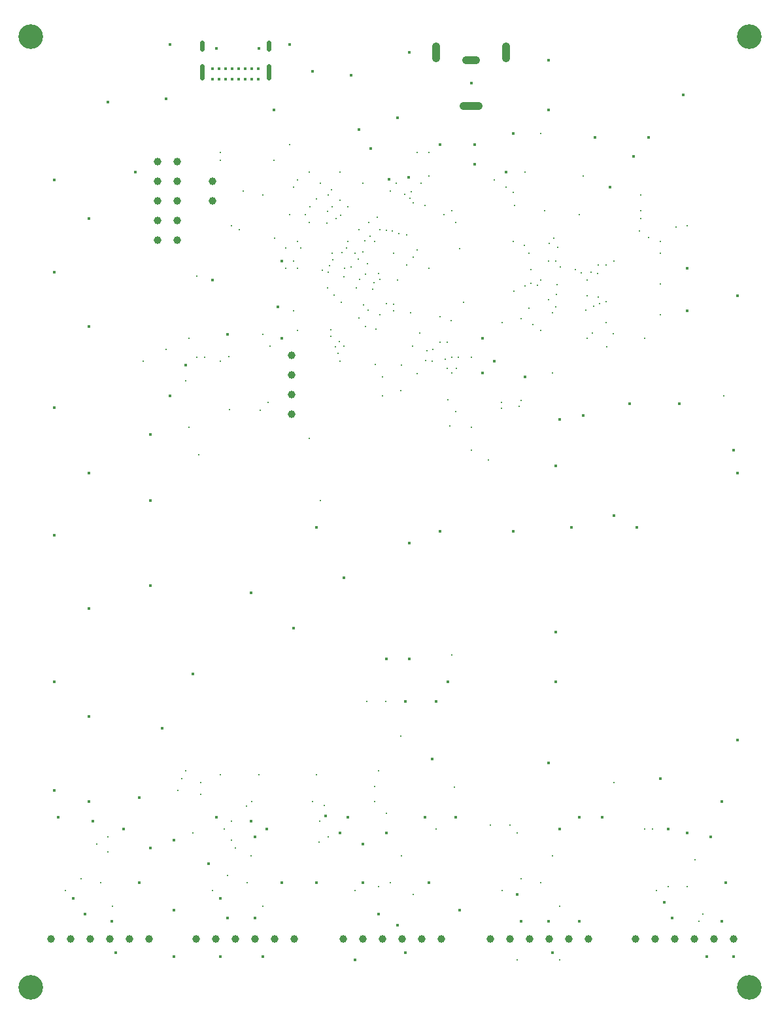
<source format=gbr>
%TF.GenerationSoftware,KiCad,Pcbnew,8.0.2*%
%TF.CreationDate,2024-05-15T00:29:15-07:00*%
%TF.ProjectId,Flying_Fader,466c7969-6e67-45f4-9661-6465722e6b69,1*%
%TF.SameCoordinates,Original*%
%TF.FileFunction,Plated,1,2,PTH,Mixed*%
%TF.FilePolarity,Positive*%
%FSLAX46Y46*%
G04 Gerber Fmt 4.6, Leading zero omitted, Abs format (unit mm)*
G04 Created by KiCad (PCBNEW 8.0.2) date 2024-05-15 00:29:15*
%MOMM*%
%LPD*%
G01*
G04 APERTURE LIST*
%TA.AperFunction,ViaDrill*%
%ADD10C,0.300000*%
%TD*%
%TA.AperFunction,ViaDrill*%
%ADD11C,0.400000*%
%TD*%
%TA.AperFunction,ComponentDrill*%
%ADD12C,0.400000*%
%TD*%
G04 aperture for slot hole*
%TA.AperFunction,ComponentDrill*%
%ADD13C,0.600000*%
%TD*%
%TA.AperFunction,ComponentDrill*%
%ADD14C,1.000000*%
%TD*%
G04 aperture for slot hole*
%TA.AperFunction,ComponentDrill*%
%ADD15C,1.000000*%
%TD*%
%TA.AperFunction,ComponentDrill*%
%ADD16C,3.200000*%
%TD*%
G04 APERTURE END LIST*
D10*
X48000000Y-149500000D03*
X50000000Y-148000000D03*
X52000000Y-143500000D03*
X52500000Y-148500000D03*
X53500000Y-142500000D03*
X53500000Y-144500000D03*
X54042244Y-151542252D03*
X58000000Y-81000000D03*
X61000000Y-79500000D03*
X62500000Y-136500000D03*
X63000000Y-135000000D03*
X63500000Y-83500000D03*
X63500000Y-134000000D03*
X64000000Y-78000000D03*
X64000000Y-89500000D03*
X64500000Y-142000000D03*
X65000000Y-70000000D03*
X65000000Y-80500000D03*
X65270032Y-93096688D03*
X65500000Y-135500000D03*
X65500000Y-137000000D03*
X66000000Y-80500000D03*
X67000000Y-149500000D03*
X68000000Y-54000000D03*
X68000000Y-55000000D03*
X68000000Y-81000000D03*
X68000000Y-134500000D03*
X68500000Y-141500000D03*
X69000000Y-147500000D03*
X69101043Y-80398957D03*
X69234999Y-87234999D03*
X69500000Y-63500000D03*
X69500000Y-140500000D03*
X69500000Y-143000000D03*
X70000000Y-144000000D03*
X70500000Y-64000000D03*
X71000000Y-59000000D03*
X71398957Y-138601043D03*
X71500000Y-148500000D03*
X72000000Y-145000000D03*
X72125000Y-138000000D03*
X73000000Y-134500000D03*
X73152000Y-87376000D03*
X73500000Y-59500000D03*
X73500000Y-77500000D03*
X73500000Y-151500000D03*
X74168000Y-86360000D03*
X74500000Y-79000000D03*
X75000000Y-55000000D03*
X75058058Y-65058058D03*
X76500000Y-66375000D03*
X76500000Y-69000000D03*
X77000000Y-53000000D03*
X77000000Y-62000000D03*
X77500000Y-58500000D03*
X77500000Y-68023441D03*
X77500000Y-74500000D03*
X78000000Y-57500000D03*
X78000000Y-65500000D03*
X78000000Y-69000000D03*
X78000000Y-77000000D03*
X78473872Y-66375000D03*
X79000000Y-62000000D03*
X79500000Y-56500000D03*
X79500000Y-63000000D03*
X79500000Y-91000000D03*
X79625000Y-61000000D03*
X80000000Y-138000000D03*
X80500000Y-60000000D03*
X80500000Y-134500000D03*
X80808058Y-143191942D03*
X80879442Y-140495558D03*
X81000000Y-58000000D03*
X81000000Y-99000000D03*
X81211949Y-69181443D03*
X81500000Y-138500000D03*
X81849292Y-63096902D03*
X81875000Y-61620558D03*
X81875000Y-71500000D03*
X82000000Y-59500000D03*
X82000000Y-69500000D03*
X82000000Y-142500000D03*
X82125000Y-68625000D03*
X82361357Y-77741032D03*
X82377707Y-76891187D03*
X82427484Y-58765315D03*
X82500000Y-61000000D03*
X82500000Y-67000000D03*
X82562323Y-67896128D03*
X82733846Y-72449980D03*
X82898957Y-79101043D03*
X83000000Y-62500000D03*
X83245786Y-80013555D03*
X83398978Y-78471180D03*
X83492731Y-60144504D03*
X83500000Y-56500000D03*
X83500000Y-81000000D03*
X83618381Y-62073651D03*
X83723355Y-73410457D03*
X83750000Y-66903806D03*
X84000000Y-79000000D03*
X84038917Y-70086083D03*
X84125000Y-69000000D03*
X84403098Y-66349292D03*
X84500000Y-61000000D03*
X84500000Y-65500000D03*
X84957275Y-68828894D03*
X85500000Y-67000000D03*
X85500000Y-149500000D03*
X85613500Y-71500000D03*
X85886500Y-67768613D03*
X86000000Y-64000000D03*
X86015455Y-75375000D03*
X86032861Y-70427944D03*
X86447824Y-66869926D03*
X86500000Y-58000000D03*
X86573258Y-73705636D03*
X86768845Y-65384961D03*
X86782055Y-76468377D03*
X86837604Y-69754406D03*
X87000000Y-125000000D03*
X87063654Y-68375000D03*
X87151293Y-74405447D03*
X87256981Y-63000000D03*
X87392839Y-64807783D03*
X87760005Y-71635005D03*
X87940599Y-70843444D03*
X88000000Y-65500000D03*
X88000000Y-136000000D03*
X88000000Y-138000000D03*
X88055111Y-81444892D03*
X88191942Y-76808058D03*
X88370297Y-62382533D03*
X88500000Y-69649997D03*
X88500000Y-134000000D03*
X88500000Y-149000000D03*
X88654564Y-63999996D03*
X88655606Y-75013832D03*
X88664975Y-70398714D03*
X89000000Y-83000000D03*
X89000000Y-85500000D03*
X89412500Y-125000000D03*
X89500000Y-73500000D03*
X89500000Y-139500000D03*
X89504246Y-64051802D03*
X90000000Y-59000000D03*
X90000000Y-148500000D03*
X90335198Y-64145968D03*
X90500000Y-67000000D03*
X90500000Y-73649997D03*
X90500000Y-74500000D03*
X90767394Y-57999626D03*
X91000000Y-70500000D03*
X91133497Y-64437897D03*
X91367611Y-84757392D03*
X91412500Y-129500000D03*
X91500000Y-81500000D03*
X91500000Y-145000000D03*
X91898957Y-59398957D03*
X92125000Y-68500000D03*
X92140921Y-64625000D03*
X92542850Y-59881070D03*
X92691943Y-74691943D03*
X92750000Y-59056695D03*
X92924605Y-79075394D03*
X93000000Y-60500000D03*
X93000000Y-67500000D03*
X93000000Y-150000000D03*
X93500000Y-54000000D03*
X93500000Y-66625000D03*
X93515460Y-82631575D03*
X93884897Y-77375000D03*
X94000000Y-58000024D03*
X94500000Y-60813034D03*
X94629442Y-80875000D03*
X94775669Y-79675137D03*
X95000000Y-54000000D03*
X95000000Y-57000000D03*
X95000000Y-69000000D03*
X95500000Y-81000000D03*
X95544047Y-79425000D03*
X96000000Y-141500000D03*
X96500000Y-78500000D03*
X96503333Y-75233411D03*
X97000000Y-62000000D03*
X97180927Y-80727208D03*
X97398957Y-81898957D03*
X97426810Y-78542925D03*
X97500000Y-86000000D03*
X97754442Y-89370558D03*
X97903806Y-75750000D03*
X98000000Y-61500000D03*
X98000000Y-80500000D03*
X98000000Y-82500000D03*
X98000000Y-119000000D03*
X98375000Y-136078776D03*
X98500000Y-63000000D03*
X98500000Y-87500000D03*
X98601043Y-81898957D03*
X98850003Y-80500000D03*
X99000000Y-66384690D03*
X99500000Y-73375000D03*
X100500000Y-80500000D03*
X100500000Y-89500000D03*
X100500000Y-92500000D03*
X102750000Y-93750000D03*
X103000000Y-141000000D03*
X103500000Y-57500000D03*
X104394000Y-86360000D03*
X104394000Y-87122000D03*
X104500000Y-76000000D03*
X104500000Y-149500000D03*
X105000000Y-58500000D03*
X105500000Y-141000000D03*
X106000000Y-59125000D03*
X106000000Y-65500000D03*
X106019897Y-71895444D03*
X106125000Y-60875000D03*
X106500000Y-142000000D03*
X106500000Y-158500000D03*
X106680000Y-86868000D03*
X107000000Y-75500000D03*
X107000000Y-86106000D03*
X107000000Y-148000000D03*
X107385192Y-66001308D03*
X107500000Y-56500000D03*
X107500000Y-71275000D03*
X107950000Y-74168000D03*
X108000000Y-67000000D03*
X108230973Y-69114858D03*
X108276250Y-70928677D03*
X108524664Y-76279901D03*
X109097570Y-71147623D03*
X109500000Y-51500000D03*
X109500000Y-70500000D03*
X109500000Y-77000000D03*
X109500000Y-148500000D03*
X110000000Y-61500000D03*
X110500000Y-68000000D03*
X110500000Y-73000000D03*
X110618746Y-65751124D03*
X111000000Y-82500000D03*
X111000000Y-145000000D03*
X111069335Y-74732824D03*
X111215772Y-65090677D03*
X111500000Y-68000000D03*
X111500000Y-74000000D03*
X111584599Y-72317566D03*
X111629123Y-71081177D03*
X111750000Y-66250000D03*
X112000000Y-151500000D03*
X112000000Y-158500000D03*
X112014000Y-68834000D03*
X114025136Y-69154701D03*
X114500000Y-62000000D03*
X114766618Y-69570285D03*
X115000000Y-57000000D03*
X115316000Y-74422000D03*
X115500000Y-70499998D03*
X115500000Y-72500000D03*
X115500000Y-78000000D03*
X116000000Y-69500000D03*
X116243696Y-77372420D03*
X116332000Y-73914000D03*
X116898957Y-69601043D03*
X117000000Y-68500000D03*
X117000000Y-72665000D03*
X117094000Y-73515000D03*
X118000000Y-68500000D03*
X118000000Y-73290000D03*
X118000000Y-76000000D03*
X118100500Y-79100500D03*
X118872000Y-77470000D03*
X119000000Y-68000000D03*
X119000000Y-135500000D03*
X122334588Y-64147472D03*
X122500000Y-59500000D03*
X122500000Y-61500000D03*
X122500000Y-62500000D03*
X123000000Y-78000000D03*
X123000000Y-141500000D03*
X123500000Y-65000000D03*
X124000000Y-141500000D03*
X124500000Y-149500000D03*
X125000000Y-65500000D03*
X125000000Y-67000000D03*
X125000000Y-71000000D03*
X125000000Y-75000000D03*
X126000000Y-149000000D03*
X127000000Y-63625000D03*
X128500000Y-63500000D03*
X128500000Y-149000000D03*
X129500000Y-145500000D03*
X130000000Y-153500000D03*
X130500000Y-152500000D03*
X133250000Y-85500000D03*
D11*
X46500000Y-57500000D03*
X46500000Y-69500000D03*
X46500000Y-87000000D03*
X46500000Y-103500000D03*
X46500000Y-122500000D03*
X46500000Y-136500000D03*
X47000000Y-140000014D03*
X49000000Y-150500000D03*
X50500000Y-152500000D03*
X51000000Y-62500000D03*
X51000000Y-76500000D03*
X51000000Y-95500000D03*
X51000000Y-113000000D03*
X51000000Y-127000000D03*
X51000000Y-138000000D03*
X51500000Y-140500000D03*
X53500000Y-47500000D03*
X54000000Y-153500000D03*
X54500000Y-157500000D03*
X55500000Y-141500000D03*
X57000000Y-56500000D03*
X57500000Y-137500000D03*
X57500000Y-148500000D03*
X59000000Y-90500000D03*
X59000000Y-99000000D03*
X59000000Y-110000000D03*
X59000000Y-144000000D03*
X60500000Y-128500000D03*
X61000000Y-47000000D03*
X61500000Y-40000000D03*
X61500000Y-85500000D03*
X62000000Y-143000000D03*
X62000000Y-152000000D03*
X62000000Y-158000000D03*
X63500000Y-81500000D03*
X64500000Y-121500000D03*
X66500000Y-146000000D03*
X67000000Y-70500000D03*
X67500000Y-40500000D03*
X67500000Y-140000000D03*
X68000000Y-150500000D03*
X68000000Y-158000000D03*
X69000000Y-77500000D03*
X69000000Y-153000000D03*
X72000000Y-111000000D03*
X72000000Y-140500000D03*
X72500000Y-142500000D03*
X72500000Y-153000000D03*
X73000000Y-40500000D03*
X73500000Y-158000000D03*
X74000000Y-141500000D03*
X75000000Y-48500000D03*
X75500000Y-74000000D03*
X76000000Y-68000000D03*
X76000000Y-78000000D03*
X76000000Y-148500000D03*
X77000000Y-40000000D03*
X77500000Y-115500000D03*
X80000000Y-43500000D03*
X80500000Y-102500000D03*
X80500000Y-148500000D03*
X81660858Y-139871544D03*
X83500000Y-142000000D03*
X84000000Y-109000000D03*
X84500000Y-140000000D03*
X85000000Y-44000000D03*
X85500000Y-158500000D03*
X86000000Y-51000000D03*
X86500000Y-143500000D03*
X86500000Y-148500000D03*
X87500000Y-53500000D03*
X88500000Y-152500000D03*
X89500000Y-119500000D03*
X89500000Y-142000000D03*
X89907037Y-57411300D03*
X91000000Y-49500000D03*
X91000000Y-154000000D03*
X92000000Y-125000000D03*
X92000000Y-157500000D03*
X92432744Y-57224626D03*
X92500000Y-41000000D03*
X92500000Y-104500000D03*
X92500000Y-119500000D03*
X94500000Y-140000000D03*
X95000000Y-148500000D03*
X95500000Y-132500000D03*
X96000000Y-125000000D03*
X96500000Y-53000000D03*
X96500000Y-103000000D03*
X97500000Y-122500000D03*
X98500000Y-140000000D03*
X99000000Y-152000000D03*
X100500000Y-45000000D03*
X101000000Y-53000000D03*
X101000000Y-55500000D03*
X102000000Y-78000000D03*
X102000000Y-82500000D03*
X103500000Y-81000000D03*
X105000000Y-56500000D03*
X106000000Y-51500000D03*
X106000000Y-103000000D03*
X106500000Y-150000000D03*
X107000000Y-153500000D03*
X107500000Y-83000000D03*
X110500000Y-42000000D03*
X110500000Y-48500000D03*
X110500000Y-133000000D03*
X110500000Y-153500000D03*
X111000000Y-157500000D03*
X111500000Y-94500000D03*
X111500000Y-116000000D03*
X111500000Y-122500000D03*
X112000000Y-88500000D03*
X112000000Y-141500000D03*
X113500000Y-102500000D03*
X114500000Y-140000000D03*
X114500000Y-153500000D03*
X115000000Y-88000000D03*
X116500000Y-52000000D03*
X117500000Y-140000000D03*
X118500000Y-58500000D03*
X119000000Y-101000000D03*
X121000000Y-86500000D03*
X121500000Y-54500000D03*
X122000000Y-102500000D03*
X123500000Y-52000000D03*
X125000000Y-135000000D03*
X125500000Y-151000000D03*
X126000000Y-141500000D03*
X126500000Y-153000000D03*
X127500000Y-86500000D03*
X128000000Y-46500000D03*
X128500000Y-69000000D03*
X128500000Y-74500000D03*
X128500000Y-142000000D03*
X131000000Y-158000000D03*
X131500000Y-142500000D03*
X133000000Y-138000000D03*
X133000000Y-153500000D03*
X133500000Y-148500000D03*
X134500000Y-92500000D03*
X134500000Y-158000000D03*
X135000000Y-72500000D03*
X135000000Y-95500000D03*
X135000000Y-130000000D03*
D12*
%TO.C,J3*%
X67025000Y-43175000D03*
X67025000Y-44525000D03*
X67875000Y-43175000D03*
X67875000Y-44525000D03*
X68725000Y-43175000D03*
X68725000Y-44525000D03*
X69575000Y-43175000D03*
X69575000Y-44525000D03*
X70425000Y-43175000D03*
X70425000Y-44525000D03*
X71275000Y-43175000D03*
X71275000Y-44525000D03*
X72125000Y-43175000D03*
X72125000Y-44525000D03*
X72975000Y-43175000D03*
X72975000Y-44525000D03*
D13*
X65675000Y-39765000D02*
X65675000Y-40565000D01*
X65675000Y-42795000D02*
X65675000Y-44295000D01*
X74325000Y-39765000D02*
X74325000Y-40565000D01*
X74325000Y-42795000D02*
X74325000Y-44295000D01*
D14*
%TO.C,VR1*%
X46140500Y-155760000D03*
X48680500Y-155760000D03*
X51220500Y-155760000D03*
X53760500Y-155760000D03*
X56300500Y-155760000D03*
X58840500Y-155760000D03*
%TO.C,J5*%
X59939000Y-55123000D03*
X59939000Y-57663000D03*
X59939000Y-60203000D03*
X59939000Y-62743000D03*
X59939000Y-65283000D03*
X62479000Y-55123000D03*
X62479000Y-57663000D03*
X62479000Y-60203000D03*
X62479000Y-62743000D03*
X62479000Y-65283000D03*
%TO.C,VR2*%
X64936500Y-155760000D03*
%TO.C,J7*%
X67000000Y-57725000D03*
X67000000Y-60265000D03*
%TO.C,VR2*%
X67476500Y-155760000D03*
X70016500Y-155760000D03*
X72556500Y-155760000D03*
X75096500Y-155760000D03*
%TO.C,J6*%
X77216000Y-80264000D03*
X77216000Y-82804000D03*
X77216000Y-85344000D03*
X77216000Y-87884000D03*
%TO.C,VR2*%
X77636500Y-155760000D03*
%TO.C,VR3*%
X83986500Y-155760000D03*
X86526500Y-155760000D03*
X89066500Y-155760000D03*
X91606500Y-155760000D03*
X94146500Y-155760000D03*
D15*
%TO.C,J4*%
X96000000Y-40250000D02*
X96000000Y-41750000D01*
D14*
%TO.C,VR3*%
X96686500Y-155760000D03*
D15*
%TO.C,J4*%
X99850000Y-42000000D02*
X101150000Y-42000000D01*
X99500000Y-48000000D02*
X101500000Y-48000000D01*
D14*
%TO.C,VR4*%
X103036500Y-155760000D03*
D15*
%TO.C,J4*%
X105000000Y-40250000D02*
X105000000Y-41750000D01*
D14*
%TO.C,VR4*%
X105576500Y-155760000D03*
X108116500Y-155760000D03*
X110656500Y-155760000D03*
X113196500Y-155760000D03*
X115736500Y-155760000D03*
%TO.C,VR5*%
X121832500Y-155760000D03*
X124372500Y-155760000D03*
X126912500Y-155760000D03*
X129452500Y-155760000D03*
X131992500Y-155760000D03*
X134532500Y-155760000D03*
D16*
%TO.C,REF\u002A\u002A*%
X43500000Y-39000000D03*
X43500000Y-162000000D03*
X136500000Y-39000000D03*
X136500000Y-162000000D03*
M02*

</source>
